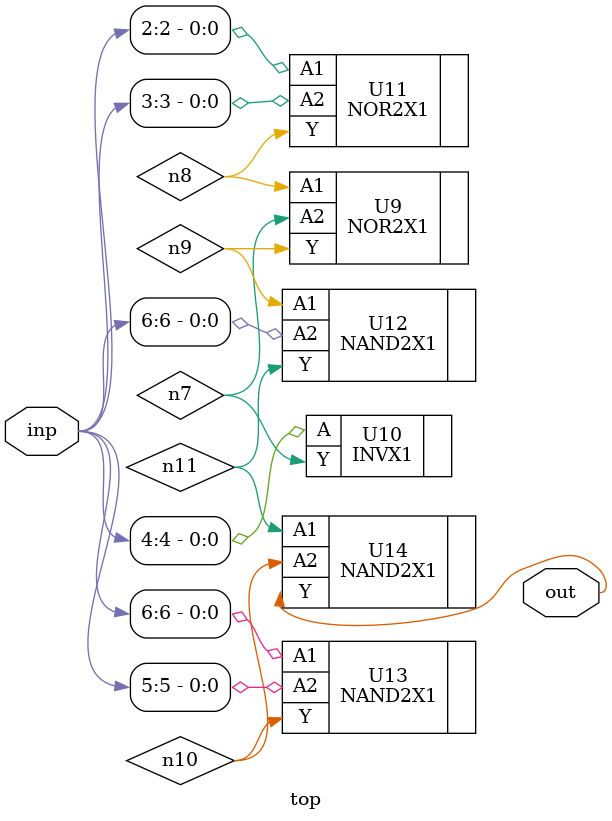
<source format=sv>


module top ( inp, out );
  input [6:0] inp;
  output out;
  wire   n7, n8, n9, n10, n11;

  NOR2X1 U9 ( .A1(n8), .A2(n7), .Y(n9) );
  INVX1 U10 ( .A(inp[4]), .Y(n7) );
  NOR2X1 U11 ( .A1(inp[2]), .A2(inp[3]), .Y(n8) );
  NAND2X1 U12 ( .A1(n9), .A2(inp[6]), .Y(n11) );
  NAND2X1 U13 ( .A1(inp[6]), .A2(inp[5]), .Y(n10) );
  NAND2X1 U14 ( .A1(n11), .A2(n10), .Y(out) );
endmodule


</source>
